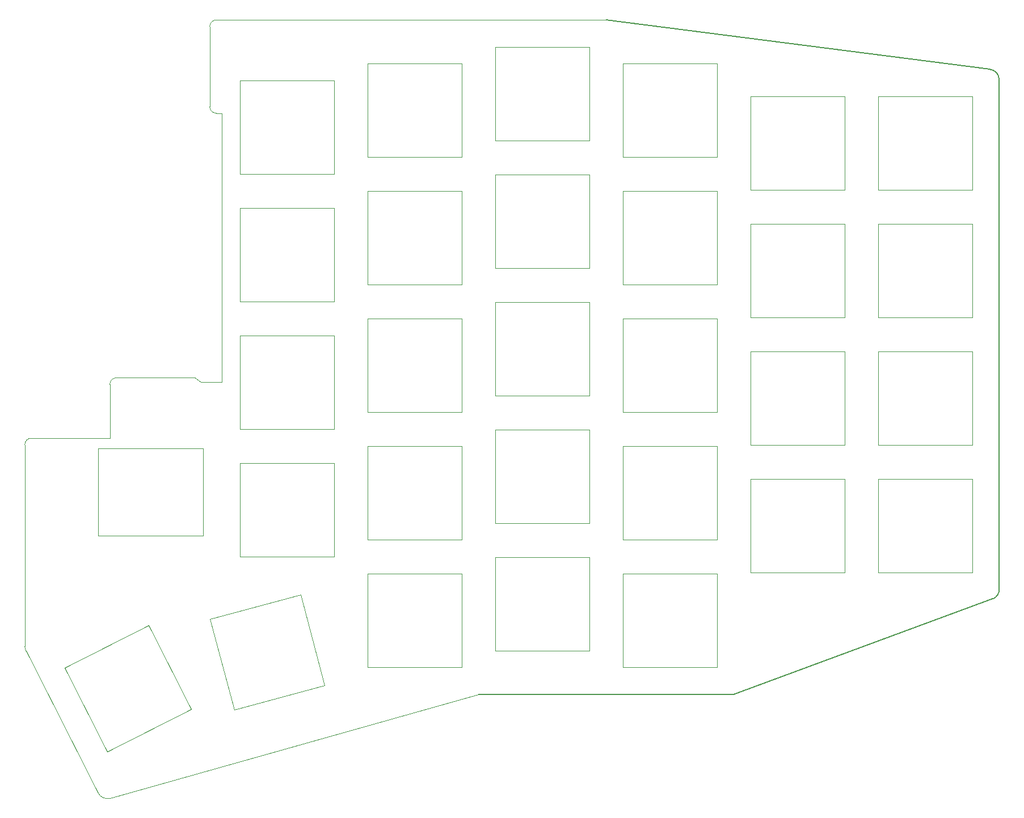
<source format=gbr>
%TF.GenerationSoftware,KiCad,Pcbnew,7.0.5-0*%
%TF.CreationDate,2024-02-11T16:38:14-08:00*%
%TF.ProjectId,Sofle_Pico_Top_Plate,536f666c-655f-4506-9963-6f5f546f705f,3.5.5*%
%TF.SameCoordinates,Original*%
%TF.FileFunction,Profile,NP*%
%FSLAX46Y46*%
G04 Gerber Fmt 4.6, Leading zero omitted, Abs format (unit mm)*
G04 Created by KiCad (PCBNEW 7.0.5-0) date 2024-02-11 16:38:14*
%MOMM*%
%LPD*%
G01*
G04 APERTURE LIST*
%TA.AperFunction,Profile*%
%ADD10C,0.150000*%
%TD*%
%TA.AperFunction,Profile*%
%ADD11C,0.100000*%
%TD*%
%TA.AperFunction,Profile*%
%ADD12C,0.120000*%
%TD*%
G04 APERTURE END LIST*
D10*
X185219843Y-141249865D02*
X223914106Y-126977127D01*
D11*
X105655766Y-94588184D02*
G75*
G03*
X104795000Y-93955001I-2508766J-2508816D01*
G01*
X93095000Y-93955000D02*
G75*
G03*
X92095000Y-94955000I0J-1000000D01*
G01*
X92095000Y-102972106D02*
X92095000Y-94955000D01*
X79561732Y-134762683D02*
X90372724Y-155979601D01*
D10*
X224819843Y-49399865D02*
X224819843Y-125599865D01*
X166169843Y-40499865D02*
X223483686Y-47898864D01*
D11*
X90372729Y-155979599D02*
G75*
G03*
X92105118Y-156745430I1336471J680899D01*
G01*
D10*
X147119843Y-141249865D02*
X185219843Y-141249865D01*
D11*
X108007894Y-40499794D02*
G75*
G03*
X107007894Y-41499865I106J-1000106D01*
G01*
X108795000Y-94588181D02*
X105655769Y-94588181D01*
X92105118Y-156745430D02*
X147119843Y-141249865D01*
X108007894Y-54445000D02*
X108795000Y-54445000D01*
X107007894Y-41499865D02*
X107007894Y-53445000D01*
X79398244Y-103972106D02*
X79398244Y-134055000D01*
X166169843Y-40499865D02*
X108007894Y-40499865D01*
D10*
X223914094Y-126977099D02*
G75*
G03*
X224819843Y-125599865I-593994J1377099D01*
G01*
D11*
X108795000Y-94588181D02*
X108795000Y-54445000D01*
X80398244Y-102972144D02*
G75*
G03*
X79398244Y-103972106I-44J-999956D01*
G01*
X107007900Y-53445000D02*
G75*
G03*
X108007894Y-54445000I1000000J0D01*
G01*
X104795000Y-93955000D02*
X93095000Y-93955000D01*
D10*
X224819791Y-49399865D02*
G75*
G03*
X223483686Y-47898864I-1510991J165D01*
G01*
D11*
X80398244Y-102972106D02*
X92095000Y-102972106D01*
X79398259Y-134055000D02*
G75*
G03*
X79561732Y-134762683I1501841J-25800D01*
G01*
D12*
%TO.C,SW25*%
X105995000Y-117525000D02*
X90395000Y-117525000D01*
X90395000Y-117525000D02*
X90395000Y-104525000D01*
X90395000Y-104525000D02*
X105995000Y-104525000D01*
X105995000Y-104525000D02*
X105995000Y-117525000D01*
%TO.C,SW6*%
X220795000Y-65925000D02*
X206795000Y-65925000D01*
X206795000Y-65925000D02*
X206795000Y-51925000D01*
X206795000Y-51925000D02*
X220795000Y-51925000D01*
X220795000Y-51925000D02*
X220795000Y-65925000D01*
%TO.C,SW27*%
X124168214Y-139874747D02*
X110645253Y-143498214D01*
X110645253Y-143498214D02*
X107021786Y-129975253D01*
X107021786Y-129975253D02*
X120544747Y-126351786D01*
X120544747Y-126351786D02*
X124168214Y-139874747D01*
%TO.C,SW21*%
X163645000Y-115675000D02*
X149645000Y-115675000D01*
X149645000Y-115675000D02*
X149645000Y-101675000D01*
X149645000Y-101675000D02*
X163645000Y-101675000D01*
X163645000Y-101675000D02*
X163645000Y-115675000D01*
%TO.C,SW26*%
X91731634Y-149780788D02*
X85375767Y-137306697D01*
X85375767Y-137306697D02*
X97849858Y-130950830D01*
X97849858Y-130950830D02*
X104205725Y-143424921D01*
X104205725Y-143424921D02*
X91731634Y-149780788D01*
%TO.C,SW9*%
X163645000Y-77575000D02*
X149645000Y-77575000D01*
X149645000Y-77575000D02*
X149645000Y-63575000D01*
X149645000Y-63575000D02*
X163645000Y-63575000D01*
X163645000Y-63575000D02*
X163645000Y-77575000D01*
%TO.C,SW22*%
X182695000Y-118175000D02*
X168695000Y-118175000D01*
X168695000Y-118175000D02*
X168695000Y-104175000D01*
X168695000Y-104175000D02*
X182695000Y-104175000D01*
X182695000Y-104175000D02*
X182695000Y-118175000D01*
%TO.C,SW12*%
X220795000Y-84975000D02*
X206795000Y-84975000D01*
X206795000Y-84975000D02*
X206795000Y-70975000D01*
X206795000Y-70975000D02*
X220795000Y-70975000D01*
X220795000Y-70975000D02*
X220795000Y-84975000D01*
%TO.C,SW2*%
X144595000Y-61025000D02*
X130595000Y-61025000D01*
X130595000Y-61025000D02*
X130595000Y-47025000D01*
X130595000Y-47025000D02*
X144595000Y-47025000D01*
X144595000Y-47025000D02*
X144595000Y-61025000D01*
%TO.C,SW11*%
X201745000Y-84975000D02*
X187745000Y-84975000D01*
X187745000Y-84975000D02*
X187745000Y-70975000D01*
X187745000Y-70975000D02*
X201745000Y-70975000D01*
X201745000Y-70975000D02*
X201745000Y-84975000D01*
%TO.C,SW1*%
X125545000Y-63525000D02*
X111545000Y-63525000D01*
X111545000Y-63525000D02*
X111545000Y-49525000D01*
X111545000Y-49525000D02*
X125545000Y-49525000D01*
X125545000Y-49525000D02*
X125545000Y-63525000D01*
%TO.C,SW23*%
X201745000Y-123075000D02*
X187745000Y-123075000D01*
X187745000Y-123075000D02*
X187745000Y-109075000D01*
X187745000Y-109075000D02*
X201745000Y-109075000D01*
X201745000Y-109075000D02*
X201745000Y-123075000D01*
%TO.C,SW20*%
X144595000Y-118175000D02*
X130595000Y-118175000D01*
X130595000Y-118175000D02*
X130595000Y-104175000D01*
X130595000Y-104175000D02*
X144595000Y-104175000D01*
X144595000Y-104175000D02*
X144595000Y-118175000D01*
%TO.C,SW17*%
X201745000Y-104025000D02*
X187745000Y-104025000D01*
X187745000Y-104025000D02*
X187745000Y-90025000D01*
X187745000Y-90025000D02*
X201745000Y-90025000D01*
X201745000Y-90025000D02*
X201745000Y-104025000D01*
%TO.C,SW18*%
X220795000Y-104025000D02*
X206795000Y-104025000D01*
X206795000Y-104025000D02*
X206795000Y-90025000D01*
X206795000Y-90025000D02*
X220795000Y-90025000D01*
X220795000Y-90025000D02*
X220795000Y-104025000D01*
%TO.C,SW28*%
X144595000Y-137225000D02*
X130595000Y-137225000D01*
X130595000Y-137225000D02*
X130595000Y-123225000D01*
X130595000Y-123225000D02*
X144595000Y-123225000D01*
X144595000Y-123225000D02*
X144595000Y-137225000D01*
%TO.C,SW19*%
X125545000Y-120675000D02*
X111545000Y-120675000D01*
X111545000Y-120675000D02*
X111545000Y-106675000D01*
X111545000Y-106675000D02*
X125545000Y-106675000D01*
X125545000Y-106675000D02*
X125545000Y-120675000D01*
%TO.C,SW29*%
X163645000Y-134725000D02*
X149645000Y-134725000D01*
X149645000Y-134725000D02*
X149645000Y-120725000D01*
X149645000Y-120725000D02*
X163645000Y-120725000D01*
X163645000Y-120725000D02*
X163645000Y-134725000D01*
%TO.C,SW4*%
X182695000Y-61025000D02*
X168695000Y-61025000D01*
X168695000Y-61025000D02*
X168695000Y-47025000D01*
X168695000Y-47025000D02*
X182695000Y-47025000D01*
X182695000Y-47025000D02*
X182695000Y-61025000D01*
%TO.C,SW16*%
X182695000Y-99125000D02*
X168695000Y-99125000D01*
X168695000Y-99125000D02*
X168695000Y-85125000D01*
X168695000Y-85125000D02*
X182695000Y-85125000D01*
X182695000Y-85125000D02*
X182695000Y-99125000D01*
%TO.C,SW3*%
X163645000Y-58525000D02*
X149645000Y-58525000D01*
X149645000Y-58525000D02*
X149645000Y-44525000D01*
X149645000Y-44525000D02*
X163645000Y-44525000D01*
X163645000Y-44525000D02*
X163645000Y-58525000D01*
%TO.C,SW5*%
X201745000Y-65925000D02*
X187745000Y-65925000D01*
X187745000Y-65925000D02*
X187745000Y-51925000D01*
X187745000Y-51925000D02*
X201745000Y-51925000D01*
X201745000Y-51925000D02*
X201745000Y-65925000D01*
%TO.C,SW24*%
X220795000Y-123075000D02*
X206795000Y-123075000D01*
X206795000Y-123075000D02*
X206795000Y-109075000D01*
X206795000Y-109075000D02*
X220795000Y-109075000D01*
X220795000Y-109075000D02*
X220795000Y-123075000D01*
%TO.C,SW15*%
X163645000Y-96625000D02*
X149645000Y-96625000D01*
X149645000Y-96625000D02*
X149645000Y-82625000D01*
X149645000Y-82625000D02*
X163645000Y-82625000D01*
X163645000Y-82625000D02*
X163645000Y-96625000D01*
%TO.C,SW7*%
X125545000Y-82575000D02*
X111545000Y-82575000D01*
X111545000Y-82575000D02*
X111545000Y-68575000D01*
X111545000Y-68575000D02*
X125545000Y-68575000D01*
X125545000Y-68575000D02*
X125545000Y-82575000D01*
%TO.C,SW14*%
X144595000Y-99125000D02*
X130595000Y-99125000D01*
X130595000Y-99125000D02*
X130595000Y-85125000D01*
X130595000Y-85125000D02*
X144595000Y-85125000D01*
X144595000Y-85125000D02*
X144595000Y-99125000D01*
%TO.C,SW30*%
X182695000Y-137225000D02*
X168695000Y-137225000D01*
X168695000Y-137225000D02*
X168695000Y-123225000D01*
X168695000Y-123225000D02*
X182695000Y-123225000D01*
X182695000Y-123225000D02*
X182695000Y-137225000D01*
%TO.C,SW8*%
X144595000Y-80075000D02*
X130595000Y-80075000D01*
X130595000Y-80075000D02*
X130595000Y-66075000D01*
X130595000Y-66075000D02*
X144595000Y-66075000D01*
X144595000Y-66075000D02*
X144595000Y-80075000D01*
%TO.C,SW13*%
X125545000Y-101625000D02*
X111545000Y-101625000D01*
X111545000Y-101625000D02*
X111545000Y-87625000D01*
X111545000Y-87625000D02*
X125545000Y-87625000D01*
X125545000Y-87625000D02*
X125545000Y-101625000D01*
%TO.C,SW10*%
X182695000Y-80075000D02*
X168695000Y-80075000D01*
X168695000Y-80075000D02*
X168695000Y-66075000D01*
X168695000Y-66075000D02*
X182695000Y-66075000D01*
X182695000Y-66075000D02*
X182695000Y-80075000D01*
%TD*%
M02*

</source>
